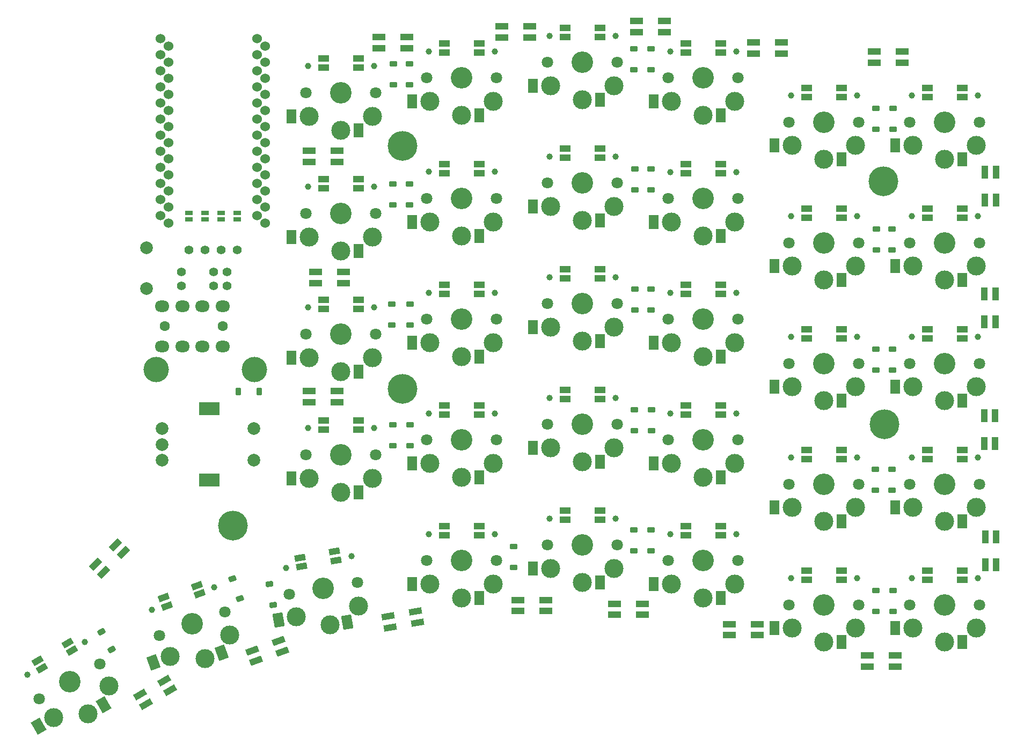
<source format=gbs>
G04 #@! TF.GenerationSoftware,KiCad,Pcbnew,7.0.9*
G04 #@! TF.CreationDate,2024-01-08T22:41:58+03:00*
G04 #@! TF.ProjectId,SofleKeyboard,536f666c-654b-4657-9962-6f6172642e6b,rev?*
G04 #@! TF.SameCoordinates,Original*
G04 #@! TF.FileFunction,Soldermask,Bot*
G04 #@! TF.FilePolarity,Negative*
%FSLAX46Y46*%
G04 Gerber Fmt 4.6, Leading zero omitted, Abs format (unit mm)*
G04 Created by KiCad (PCBNEW 7.0.9) date 2024-01-08 22:41:58*
%MOMM*%
%LPD*%
G01*
G04 APERTURE LIST*
G04 Aperture macros list*
%AMRoundRect*
0 Rectangle with rounded corners*
0 $1 Rounding radius*
0 $2 $3 $4 $5 $6 $7 $8 $9 X,Y pos of 4 corners*
0 Add a 4 corners polygon primitive as box body*
4,1,4,$2,$3,$4,$5,$6,$7,$8,$9,$2,$3,0*
0 Add four circle primitives for the rounded corners*
1,1,$1+$1,$2,$3*
1,1,$1+$1,$4,$5*
1,1,$1+$1,$6,$7*
1,1,$1+$1,$8,$9*
0 Add four rect primitives between the rounded corners*
20,1,$1+$1,$2,$3,$4,$5,0*
20,1,$1+$1,$4,$5,$6,$7,0*
20,1,$1+$1,$6,$7,$8,$9,0*
20,1,$1+$1,$8,$9,$2,$3,0*%
%AMRotRect*
0 Rectangle, with rotation*
0 The origin of the aperture is its center*
0 $1 length*
0 $2 width*
0 $3 Rotation angle, in degrees counterclockwise*
0 Add horizontal line*
21,1,$1,$2,0,0,$3*%
G04 Aperture macros list end*
%ADD10C,1.397000*%
%ADD11C,1.600000*%
%ADD12O,2.300000X1.800000*%
%ADD13C,4.700000*%
%ADD14C,1.524000*%
%ADD15C,2.000000*%
%ADD16RoundRect,0.225000X0.225000X0.375000X-0.225000X0.375000X-0.225000X-0.375000X0.225000X-0.375000X0*%
%ADD17C,4.000000*%
%ADD18R,3.200000X2.000000*%
%ADD19RoundRect,0.225000X-0.375000X0.225000X-0.375000X-0.225000X0.375000X-0.225000X0.375000X0.225000X0*%
%ADD20C,1.800000*%
%ADD21C,1.000000*%
%ADD22C,3.000000*%
%ADD23C,3.400000*%
%ADD24R,1.700000X1.000000*%
%ADD25R,1.600000X2.200000*%
%ADD26RotRect,1.700000X1.000000X210.000000*%
%ADD27RotRect,1.600000X2.200000X210.000000*%
%ADD28R,2.000000X1.000000*%
%ADD29RotRect,2.000000X1.000000X210.000000*%
%ADD30RotRect,2.000000X1.000000X45.000000*%
%ADD31R,1.000000X2.000000*%
%ADD32RoundRect,0.225000X-0.437260X0.007356X-0.212260X-0.382356X0.437260X-0.007356X0.212260X0.382356X0*%
%ADD33RoundRect,0.225000X-0.429339X0.083173X-0.275430X-0.339688X0.429339X-0.083173X0.275430X0.339688X0*%
%ADD34RotRect,1.700000X1.000000X200.000000*%
%ADD35RotRect,1.600000X2.200000X200.000000*%
%ADD36RoundRect,0.225000X-0.408374X0.156464X-0.330232X-0.286700X0.408374X-0.156464X0.330232X0.286700X0*%
%ADD37RotRect,1.700000X1.000000X190.000000*%
%ADD38RotRect,1.600000X2.200000X190.000000*%
%ADD39R,1.143000X0.635000*%
%ADD40RotRect,2.000000X1.000000X190.000000*%
%ADD41RotRect,2.000000X1.000000X200.000000*%
G04 APERTURE END LIST*
D10*
X95499272Y-80311965D03*
X100579272Y-80311965D03*
X95499272Y-78061965D03*
X100579272Y-78061965D03*
D11*
X92819525Y-86670084D03*
X102019525Y-86670084D03*
D12*
X102019525Y-89820084D03*
X102019525Y-83520084D03*
X98819525Y-89820084D03*
X98819525Y-83520084D03*
X95619525Y-89820084D03*
X95619525Y-83520084D03*
X92419525Y-89820084D03*
X92419525Y-83520084D03*
D10*
X102700000Y-80300000D03*
X102700000Y-78100000D03*
D13*
X103600000Y-118100000D03*
D14*
X92180000Y-41230000D03*
X108718815Y-42425745D03*
X92180000Y-43770000D03*
X108718815Y-44965745D03*
X92180000Y-46310000D03*
X108718815Y-47505745D03*
X92180000Y-48850000D03*
X108718815Y-50045745D03*
X92180000Y-51390000D03*
X108718815Y-52585745D03*
X92180000Y-53930000D03*
X108718815Y-55125745D03*
X92180000Y-56470000D03*
X108718815Y-57665745D03*
X92180000Y-59010000D03*
X108718815Y-60205745D03*
X92180000Y-61550000D03*
X108718815Y-62745745D03*
X92180000Y-64090000D03*
X108718815Y-65285745D03*
X92180000Y-66630000D03*
X108718815Y-67825745D03*
X92180000Y-69170000D03*
X108718815Y-70365745D03*
X93478815Y-70365745D03*
X107420000Y-69170000D03*
X93478815Y-67825745D03*
X107420000Y-66630000D03*
X93478815Y-65285745D03*
X107420000Y-64090000D03*
X93478815Y-62745745D03*
X107420000Y-61550000D03*
X93478815Y-60205745D03*
X107420000Y-59010000D03*
X93478815Y-57665745D03*
X107420000Y-56470000D03*
X93478815Y-55125745D03*
X107420000Y-53930000D03*
X93478815Y-52585745D03*
X107420000Y-51390000D03*
X93478815Y-50045745D03*
X107420000Y-48850000D03*
X93478815Y-47505745D03*
X107420000Y-46310000D03*
X93478815Y-44965745D03*
X107420000Y-43770000D03*
X93478815Y-42425745D03*
X107420000Y-41230000D03*
D15*
X90000000Y-74250000D03*
X90000000Y-80750000D03*
D16*
X107721125Y-96988456D03*
X104421125Y-96988456D03*
D17*
X91500000Y-93500000D03*
D10*
X96700000Y-74600000D03*
X99240000Y-74600000D03*
X101780000Y-74600000D03*
X104320000Y-74600000D03*
D17*
X107000000Y-93500000D03*
D15*
X92415822Y-102812306D03*
X92415822Y-107812306D03*
X92415822Y-105312306D03*
D18*
X99915822Y-99712306D03*
X99915822Y-110912306D03*
D15*
X106915822Y-107812306D03*
X106915822Y-102812306D03*
D13*
X206210309Y-63810590D03*
X206375000Y-102175000D03*
X130325000Y-58225000D03*
X130325000Y-96525000D03*
D19*
X166950000Y-99850000D03*
X166950000Y-103150000D03*
X169600000Y-42900000D03*
X169600000Y-46200000D03*
D20*
X221400000Y-92550000D03*
D21*
X221120000Y-88350000D03*
D22*
X220900000Y-96250000D03*
X215900000Y-98450000D03*
D23*
X215900000Y-92550000D03*
D22*
X210900000Y-96250000D03*
D21*
X210680000Y-88350000D03*
D20*
X210400000Y-92550000D03*
D24*
X213150000Y-87151000D03*
X213150000Y-88551000D03*
X218650000Y-88551000D03*
X218650000Y-87151000D03*
D25*
X218700000Y-98450000D03*
X208100000Y-96250000D03*
D20*
X221400000Y-54450000D03*
D21*
X221120000Y-50250000D03*
D22*
X220900000Y-58150000D03*
X215900000Y-60350000D03*
D23*
X215900000Y-54450000D03*
D22*
X210900000Y-58150000D03*
D21*
X210680000Y-50250000D03*
D20*
X210400000Y-54450000D03*
D24*
X213150000Y-49051000D03*
X213150000Y-50451000D03*
X218650000Y-50451000D03*
X218650000Y-49051000D03*
D25*
X218700000Y-60350000D03*
X208100000Y-58150000D03*
D20*
X164250000Y-45000000D03*
D21*
X163970000Y-40800000D03*
D22*
X163750000Y-48700000D03*
X158750000Y-50900000D03*
D23*
X158750000Y-45000000D03*
D22*
X153750000Y-48700000D03*
D21*
X153530000Y-40800000D03*
D20*
X153250000Y-45000000D03*
D24*
X156000000Y-39601000D03*
X156000000Y-41001000D03*
X161500000Y-41001000D03*
X161500000Y-39601000D03*
D25*
X161550000Y-50900000D03*
X150950000Y-48700000D03*
D19*
X128706950Y-83143161D03*
X128706950Y-86443161D03*
D20*
X145200000Y-85550000D03*
D21*
X144920000Y-81350000D03*
D22*
X144700000Y-89250000D03*
X139700000Y-91450000D03*
D23*
X139700000Y-85550000D03*
D22*
X134700000Y-89250000D03*
D21*
X134480000Y-81350000D03*
D20*
X134200000Y-85550000D03*
D24*
X136950000Y-80151000D03*
X136950000Y-81551000D03*
X142450000Y-81551000D03*
X142450000Y-80151000D03*
D25*
X142500000Y-91450000D03*
X131900000Y-89250000D03*
D20*
X202350000Y-111600000D03*
D21*
X202070000Y-107400000D03*
D22*
X201850000Y-115300000D03*
X196850000Y-117500000D03*
D23*
X196850000Y-111600000D03*
D22*
X191850000Y-115300000D03*
D21*
X191630000Y-107400000D03*
D20*
X191350000Y-111600000D03*
D24*
X194100000Y-106201000D03*
X194100000Y-107601000D03*
X199600000Y-107601000D03*
X199600000Y-106201000D03*
D25*
X199650000Y-117500000D03*
X189050000Y-115300000D03*
D20*
X82588269Y-139990450D03*
D21*
X80245782Y-136493143D03*
D22*
X84005256Y-143444744D03*
X80775129Y-147850000D03*
D23*
X77825129Y-142740450D03*
D22*
X75345002Y-148444744D03*
D21*
X71204476Y-141713143D03*
D20*
X73061989Y-145490450D03*
D26*
X72744059Y-139439779D03*
X73444059Y-140652214D03*
X78207199Y-137902214D03*
X77507199Y-136689779D03*
D27*
X83200000Y-146450000D03*
X72920131Y-149844744D03*
D19*
X167000000Y-80800000D03*
X167000000Y-84100000D03*
D20*
X221400000Y-130650000D03*
D21*
X221120000Y-126450000D03*
D22*
X220900000Y-134350000D03*
X215900000Y-136550000D03*
D23*
X215900000Y-130650000D03*
D22*
X210900000Y-134350000D03*
D21*
X210680000Y-126450000D03*
D20*
X210400000Y-130650000D03*
D24*
X213150000Y-125251000D03*
X213150000Y-126651000D03*
X218650000Y-126651000D03*
X218650000Y-125251000D03*
D25*
X218700000Y-136550000D03*
X208100000Y-134350000D03*
D20*
X126150000Y-49799000D03*
D21*
X125870000Y-45599000D03*
D22*
X125650000Y-53499000D03*
X120650000Y-55699000D03*
D23*
X120650000Y-49799000D03*
D22*
X115650000Y-53499000D03*
D21*
X115430000Y-45599000D03*
D20*
X115150000Y-49799000D03*
D24*
X117900000Y-44400000D03*
X117900000Y-45800000D03*
X123400000Y-45800000D03*
X123400000Y-44400000D03*
D25*
X123450000Y-55699000D03*
X112850000Y-53499000D03*
D20*
X145200000Y-47450000D03*
D21*
X144920000Y-43250000D03*
D22*
X144700000Y-51150000D03*
X139700000Y-53350000D03*
D23*
X139700000Y-47450000D03*
D22*
X134700000Y-51150000D03*
D21*
X134480000Y-43250000D03*
D20*
X134200000Y-47450000D03*
D24*
X136950000Y-42051000D03*
X136950000Y-43451000D03*
X142450000Y-43451000D03*
X142450000Y-42051000D03*
D25*
X142500000Y-53350000D03*
X131900000Y-51150000D03*
D28*
X126617756Y-42752947D03*
X126617756Y-41002947D03*
X131017756Y-41002947D03*
X131017756Y-42752947D03*
D29*
X92787891Y-142630020D03*
X93662891Y-144145564D03*
X89852379Y-146345564D03*
X88977379Y-144830020D03*
D20*
X145200000Y-104600000D03*
D21*
X144920000Y-100400000D03*
D22*
X144700000Y-108300000D03*
X139700000Y-110500000D03*
D23*
X139700000Y-104600000D03*
D22*
X134700000Y-108300000D03*
D21*
X134480000Y-100400000D03*
D20*
X134200000Y-104600000D03*
D24*
X136950000Y-99201000D03*
X136950000Y-100601000D03*
X142450000Y-100601000D03*
X142450000Y-99201000D03*
D25*
X142500000Y-110500000D03*
X131900000Y-108300000D03*
D30*
X83203024Y-125494763D03*
X81965587Y-124257326D03*
X85076856Y-121146057D03*
X86314293Y-122383494D03*
D19*
X205000000Y-90250000D03*
X205000000Y-93550000D03*
X204950000Y-109250000D03*
X204950000Y-112550000D03*
D28*
X186336808Y-133690188D03*
X186336808Y-135440188D03*
X181936808Y-135440188D03*
X181936808Y-133690188D03*
D19*
X169650000Y-99850000D03*
X169650000Y-103150000D03*
D20*
X183300000Y-104600000D03*
D21*
X183020000Y-100400000D03*
D22*
X182800000Y-108300000D03*
X177800000Y-110500000D03*
D23*
X177800000Y-104600000D03*
D22*
X172800000Y-108300000D03*
D21*
X172580000Y-100400000D03*
D20*
X172300000Y-104600000D03*
D24*
X175050000Y-99201000D03*
X175050000Y-100601000D03*
X180550000Y-100601000D03*
X180550000Y-99201000D03*
D25*
X180600000Y-110500000D03*
X170000000Y-108300000D03*
D20*
X221400000Y-111600000D03*
D21*
X221120000Y-107400000D03*
D22*
X220900000Y-115300000D03*
X215900000Y-117500000D03*
D23*
X215900000Y-111600000D03*
D22*
X210900000Y-115300000D03*
D21*
X210680000Y-107400000D03*
D20*
X210400000Y-111600000D03*
D24*
X213150000Y-106201000D03*
X213150000Y-107601000D03*
X218650000Y-107601000D03*
X218650000Y-106201000D03*
D25*
X218700000Y-117500000D03*
X208100000Y-115300000D03*
D31*
X222168987Y-81564247D03*
X223918987Y-81564247D03*
X223918987Y-85964247D03*
X222168987Y-85964247D03*
D32*
X82825000Y-134871058D03*
X84475000Y-137728942D03*
D20*
X183300000Y-47450000D03*
D21*
X183020000Y-43250000D03*
D22*
X182800000Y-51150000D03*
X177800000Y-53350000D03*
D23*
X177800000Y-47450000D03*
D22*
X172800000Y-51150000D03*
D21*
X172580000Y-43250000D03*
D20*
X172300000Y-47450000D03*
D24*
X175050000Y-42051000D03*
X175050000Y-43451000D03*
X180550000Y-43451000D03*
X180550000Y-42051000D03*
D25*
X180600000Y-53350000D03*
X170000000Y-51150000D03*
D19*
X166850000Y-42900000D03*
X166850000Y-46200000D03*
D20*
X164250000Y-121200000D03*
D21*
X163970000Y-117000000D03*
D22*
X163750000Y-124900000D03*
X158750000Y-127100000D03*
D23*
X158750000Y-121200000D03*
D22*
X153750000Y-124900000D03*
D21*
X153530000Y-117000000D03*
D20*
X153250000Y-121200000D03*
D24*
X156000000Y-115801000D03*
X156000000Y-117201000D03*
X161500000Y-117201000D03*
X161500000Y-115801000D03*
D25*
X161550000Y-127100000D03*
X150950000Y-124900000D03*
D20*
X126150000Y-106950000D03*
D21*
X125870000Y-102750000D03*
D22*
X125650000Y-110650000D03*
X120650000Y-112850000D03*
D23*
X120650000Y-106950000D03*
D22*
X115650000Y-110650000D03*
D21*
X115430000Y-102750000D03*
D20*
X115150000Y-106950000D03*
D24*
X117900000Y-101551000D03*
X117900000Y-102951000D03*
X123400000Y-102951000D03*
X123400000Y-101551000D03*
D25*
X123450000Y-112850000D03*
X112850000Y-110650000D03*
D20*
X183300000Y-85550000D03*
D21*
X183020000Y-81350000D03*
D22*
X182800000Y-89250000D03*
X177800000Y-91450000D03*
D23*
X177800000Y-85550000D03*
D22*
X172800000Y-89250000D03*
D21*
X172580000Y-81350000D03*
D20*
X172300000Y-85550000D03*
D24*
X175050000Y-80151000D03*
X175050000Y-81551000D03*
X180550000Y-81551000D03*
X180550000Y-80151000D03*
D25*
X180600000Y-91450000D03*
X170000000Y-89250000D03*
D19*
X207550000Y-109250000D03*
X207550000Y-112550000D03*
D20*
X145200000Y-66499000D03*
D21*
X144920000Y-62299000D03*
D22*
X144700000Y-70199000D03*
X139700000Y-72399000D03*
D23*
X139700000Y-66499000D03*
D22*
X134700000Y-70199000D03*
D21*
X134480000Y-62299000D03*
D20*
X134200000Y-66499000D03*
D24*
X136950000Y-61100000D03*
X136950000Y-62500000D03*
X142450000Y-62500000D03*
X142450000Y-61100000D03*
D25*
X142500000Y-72399000D03*
X131900000Y-70199000D03*
D28*
X168214357Y-130472665D03*
X168214357Y-132222665D03*
X163814357Y-132222665D03*
X163814357Y-130472665D03*
D19*
X205000000Y-128350000D03*
X205000000Y-131650000D03*
D28*
X167241449Y-40235986D03*
X167241449Y-38485986D03*
X171641449Y-38485986D03*
X171641449Y-40235986D03*
D33*
X103535667Y-126549507D03*
X104664333Y-129650493D03*
D28*
X185733896Y-43614154D03*
X185733896Y-41864154D03*
X190133896Y-41864154D03*
X190133896Y-43614154D03*
D20*
X126150000Y-68850000D03*
D21*
X125870000Y-64650000D03*
D22*
X125650000Y-72550000D03*
X120650000Y-74750000D03*
D23*
X120650000Y-68850000D03*
D22*
X115650000Y-72550000D03*
D21*
X115430000Y-64650000D03*
D20*
X115150000Y-68850000D03*
D24*
X117900000Y-63451000D03*
X117900000Y-64851000D03*
X123400000Y-64851000D03*
X123400000Y-63451000D03*
D25*
X123450000Y-74750000D03*
X112850000Y-72550000D03*
D20*
X183300000Y-123650000D03*
D21*
X183020000Y-119450000D03*
D22*
X182800000Y-127350000D03*
X177800000Y-129550000D03*
D23*
X177800000Y-123650000D03*
D22*
X172800000Y-127350000D03*
D21*
X172580000Y-119450000D03*
D20*
X172300000Y-123650000D03*
D24*
X175050000Y-118251000D03*
X175050000Y-119651000D03*
X180550000Y-119651000D03*
X180550000Y-118251000D03*
D25*
X180600000Y-129550000D03*
X170000000Y-127350000D03*
D19*
X128870701Y-64228952D03*
X128870701Y-67528952D03*
D20*
X202350000Y-130650000D03*
D21*
X202070000Y-126450000D03*
D22*
X201850000Y-134350000D03*
X196850000Y-136550000D03*
D23*
X196850000Y-130650000D03*
D22*
X191850000Y-134350000D03*
D21*
X191630000Y-126450000D03*
D20*
X191350000Y-130650000D03*
D24*
X194100000Y-125251000D03*
X194100000Y-126651000D03*
X199600000Y-126651000D03*
X199600000Y-125251000D03*
D25*
X199650000Y-136550000D03*
X189050000Y-134350000D03*
D19*
X147900000Y-121400000D03*
X147900000Y-124700000D03*
D20*
X164250000Y-83100000D03*
D21*
X163970000Y-78900000D03*
D22*
X163750000Y-86800000D03*
X158750000Y-89000000D03*
D23*
X158750000Y-83100000D03*
D22*
X153750000Y-86800000D03*
D21*
X153530000Y-78900000D03*
D20*
X153250000Y-83100000D03*
D24*
X156000000Y-77701000D03*
X156000000Y-79101000D03*
X161500000Y-79101000D03*
X161500000Y-77701000D03*
D25*
X161550000Y-89000000D03*
X150950000Y-86800000D03*
D19*
X169550000Y-118850000D03*
X169550000Y-122150000D03*
D20*
X183300000Y-66500000D03*
D21*
X183020000Y-62300000D03*
D22*
X182800000Y-70200000D03*
X177800000Y-72400000D03*
D23*
X177800000Y-66500000D03*
D22*
X172800000Y-70200000D03*
D21*
X172580000Y-62300000D03*
D20*
X172300000Y-66500000D03*
D24*
X175050000Y-61101000D03*
X175050000Y-62501000D03*
X180550000Y-62501000D03*
X180550000Y-61101000D03*
D25*
X180600000Y-72400000D03*
X170000000Y-70200000D03*
D20*
X102319251Y-131732359D03*
D21*
X100619653Y-127881416D03*
D22*
X103114880Y-135380232D03*
X99168861Y-139157656D03*
D23*
X97150942Y-133613470D03*
D22*
X93717953Y-138800433D03*
D21*
X90809262Y-131452106D03*
D20*
X91982633Y-135494581D03*
D34*
X92720221Y-129480625D03*
X93199049Y-130796195D03*
X98367358Y-128915084D03*
X97888530Y-127599514D03*
D35*
X101800000Y-138200000D03*
X91086814Y-139758090D03*
D20*
X202350000Y-73500000D03*
D21*
X202070000Y-69300000D03*
D22*
X201850000Y-77200000D03*
X196850000Y-79400000D03*
D23*
X196850000Y-73500000D03*
D22*
X191850000Y-77200000D03*
D21*
X191630000Y-69300000D03*
D20*
X191350000Y-73500000D03*
D24*
X194100000Y-68101000D03*
X194100000Y-69501000D03*
X199600000Y-69501000D03*
X199600000Y-68101000D03*
D25*
X199650000Y-79400000D03*
X189050000Y-77200000D03*
D19*
X167000000Y-61800000D03*
X167000000Y-65100000D03*
X128850000Y-102250000D03*
X128850000Y-105550000D03*
X169600000Y-80800000D03*
X169600000Y-84100000D03*
D36*
X109396129Y-127383944D03*
X109969167Y-130633810D03*
D20*
X164250000Y-64050000D03*
D21*
X163970000Y-59850000D03*
D22*
X163750000Y-67750000D03*
X158750000Y-69950000D03*
D23*
X158750000Y-64050000D03*
D22*
X153750000Y-67750000D03*
D21*
X153530000Y-59850000D03*
D20*
X153250000Y-64050000D03*
D24*
X156000000Y-58651000D03*
X156000000Y-60051000D03*
X161500000Y-60051000D03*
X161500000Y-58651000D03*
D25*
X161550000Y-69950000D03*
X150950000Y-67750000D03*
D19*
X207600000Y-71350000D03*
X207600000Y-74650000D03*
D20*
X126150000Y-87900000D03*
D21*
X125870000Y-83700000D03*
D22*
X125650000Y-91600000D03*
X120650000Y-93800000D03*
D23*
X120650000Y-87900000D03*
D22*
X115650000Y-91600000D03*
D21*
X115430000Y-83700000D03*
D20*
X115150000Y-87900000D03*
D24*
X117900000Y-82501000D03*
X117900000Y-83901000D03*
X123400000Y-83901000D03*
X123400000Y-82501000D03*
D25*
X123450000Y-93800000D03*
X112850000Y-91600000D03*
D19*
X205050000Y-52250000D03*
X205050000Y-55550000D03*
X131450000Y-45250000D03*
X131450000Y-48550000D03*
D28*
X150427802Y-39310285D03*
X150427802Y-41060285D03*
X146027802Y-41060285D03*
X146027802Y-39310285D03*
D19*
X207755488Y-128371180D03*
X207755488Y-131671180D03*
D20*
X202350000Y-92550000D03*
D21*
X202070000Y-88350000D03*
D22*
X201850000Y-96250000D03*
X196850000Y-98450000D03*
D23*
X196850000Y-92550000D03*
D22*
X191850000Y-96250000D03*
D21*
X191630000Y-88350000D03*
D20*
X191350000Y-92550000D03*
D24*
X194100000Y-87151000D03*
X194100000Y-88551000D03*
X199600000Y-88551000D03*
X199600000Y-87151000D03*
D25*
X199650000Y-98450000D03*
X189050000Y-96250000D03*
D20*
X221400000Y-73500000D03*
D21*
X221120000Y-69300000D03*
D22*
X220900000Y-77200000D03*
X215900000Y-79400000D03*
D23*
X215900000Y-73500000D03*
D22*
X210900000Y-77200000D03*
D21*
X210680000Y-69300000D03*
D20*
X210400000Y-73500000D03*
D24*
X213150000Y-68101000D03*
X213150000Y-69501000D03*
X218650000Y-69501000D03*
X218650000Y-68101000D03*
D25*
X218700000Y-79400000D03*
X208100000Y-77200000D03*
D19*
X207700000Y-90250000D03*
X207700000Y-93550000D03*
X166850000Y-118850000D03*
X166850000Y-122150000D03*
D31*
X222213271Y-62309091D03*
X223963271Y-62309091D03*
X223963271Y-66709091D03*
X222213271Y-66709091D03*
D20*
X164250000Y-102150000D03*
D21*
X163970000Y-97950000D03*
D22*
X163750000Y-105850000D03*
X158750000Y-108050000D03*
D23*
X158750000Y-102150000D03*
D22*
X153750000Y-105850000D03*
D21*
X153530000Y-97950000D03*
D20*
X153250000Y-102150000D03*
D24*
X156000000Y-96751000D03*
X156000000Y-98151000D03*
X161500000Y-98151000D03*
X161500000Y-96751000D03*
D25*
X161550000Y-108050000D03*
X150950000Y-105850000D03*
D31*
X222120095Y-100777004D03*
X223870095Y-100777004D03*
X223870095Y-105177004D03*
X222120095Y-105177004D03*
D20*
X123284457Y-127070784D03*
D21*
X122279388Y-122983213D03*
D22*
X123434551Y-130801397D03*
X118892538Y-133836215D03*
D23*
X117868014Y-128025849D03*
D22*
X113586473Y-132537879D03*
D21*
X111997995Y-124796100D03*
D20*
X112451571Y-128980914D03*
D37*
X114222266Y-123186404D03*
X114465374Y-124565135D03*
X119881816Y-123610070D03*
X119638709Y-122231339D03*
D38*
X121650000Y-133350000D03*
X110829012Y-133024093D03*
D19*
X205100000Y-71350000D03*
X205100000Y-74650000D03*
X169550000Y-61800000D03*
X169550000Y-65100000D03*
X131420701Y-64228952D03*
X131420701Y-67528952D03*
X131550000Y-102250000D03*
X131550000Y-105550000D03*
D28*
X208100505Y-138658071D03*
X208100505Y-140408071D03*
X203700505Y-140408071D03*
X203700505Y-138658071D03*
X204804437Y-45051948D03*
X204804437Y-43301948D03*
X209204437Y-43301948D03*
X209204437Y-45051948D03*
D31*
X222289793Y-119909344D03*
X224039793Y-119909344D03*
X224039793Y-124309344D03*
X222289793Y-124309344D03*
D19*
X131556950Y-83143161D03*
X131556950Y-86443161D03*
D20*
X202350000Y-54450000D03*
D21*
X202070000Y-50250000D03*
D22*
X201850000Y-58150000D03*
X196850000Y-60350000D03*
D23*
X196850000Y-54450000D03*
D22*
X191850000Y-58150000D03*
D21*
X191630000Y-50250000D03*
D20*
X191350000Y-54450000D03*
D24*
X194100000Y-49051000D03*
X194100000Y-50451000D03*
X199600000Y-50451000D03*
X199600000Y-49051000D03*
D25*
X199650000Y-60350000D03*
X189050000Y-58150000D03*
D19*
X128950000Y-45250000D03*
X128950000Y-48550000D03*
X207750000Y-52300000D03*
X207750000Y-55600000D03*
D20*
X145200000Y-123650000D03*
D21*
X144920000Y-119450000D03*
D22*
X144700000Y-127350000D03*
X139700000Y-129550000D03*
D23*
X139700000Y-123650000D03*
D22*
X134700000Y-127350000D03*
D21*
X134480000Y-119450000D03*
D20*
X134200000Y-123650000D03*
D24*
X136950000Y-118251000D03*
X136950000Y-119651000D03*
X142450000Y-119651000D03*
X142450000Y-118251000D03*
D25*
X142500000Y-129550000D03*
X131900000Y-127350000D03*
D39*
X101700000Y-69800380D03*
X101700000Y-68799620D03*
X99200000Y-69800380D03*
X99200000Y-68799620D03*
X96700000Y-69800380D03*
X96700000Y-68799620D03*
X104300000Y-69800380D03*
X104300000Y-68799620D03*
D28*
X152984495Y-129870526D03*
X152984495Y-131620526D03*
X148584495Y-131620526D03*
X148584495Y-129870526D03*
X120041674Y-96920295D03*
X120041674Y-98670295D03*
X115641674Y-98670295D03*
X115641674Y-96920295D03*
X120048398Y-58955351D03*
X120048398Y-60705351D03*
X115648398Y-60705351D03*
X115648398Y-58955351D03*
D40*
X132429296Y-131719528D03*
X132733180Y-133442942D03*
X128400026Y-134206994D03*
X128096142Y-132483580D03*
D41*
X110787341Y-136349647D03*
X111385876Y-137994109D03*
X107251229Y-139498997D03*
X106652694Y-137854535D03*
D28*
X121010226Y-78082145D03*
X121010226Y-79832145D03*
X116610226Y-79832145D03*
X116610226Y-78082145D03*
M02*

</source>
